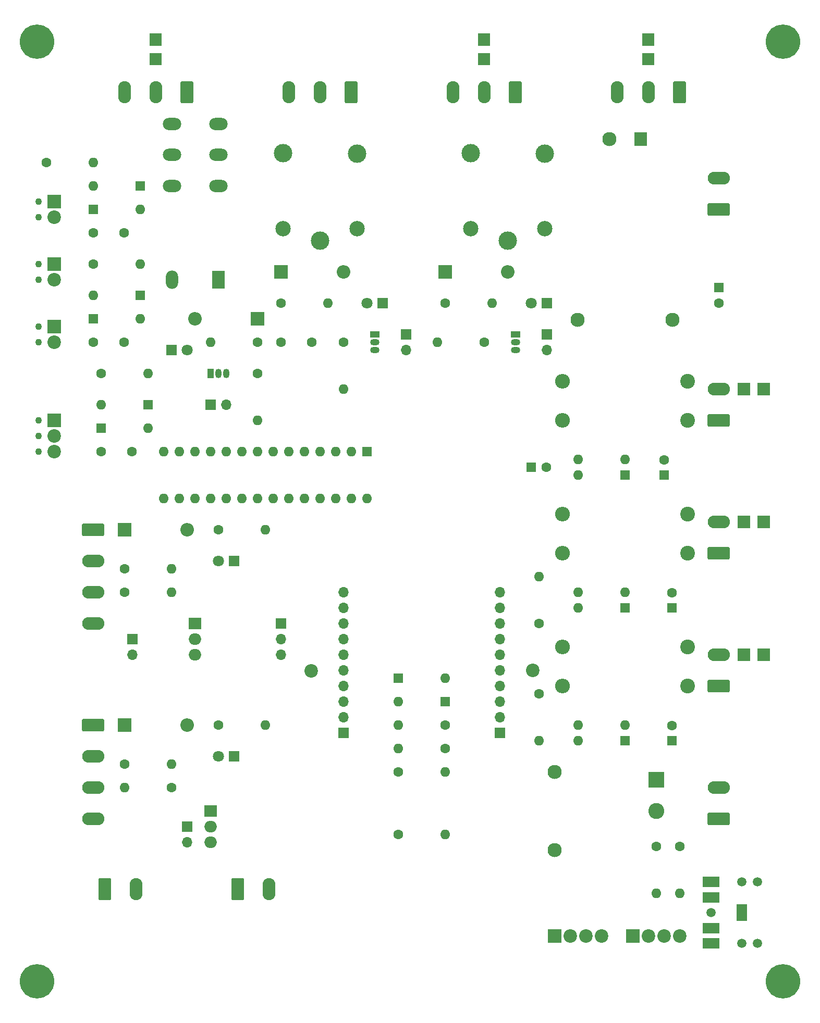
<source format=gbr>
%TF.GenerationSoftware,KiCad,Pcbnew,5.1.9-73d0e3b20d~88~ubuntu20.04.1*%
%TF.CreationDate,2021-02-20T21:13:30+01:00*%
%TF.ProjectId,NodeStandard,4e6f6465-5374-4616-9e64-6172642e6b69,V0.9*%
%TF.SameCoordinates,Original*%
%TF.FileFunction,Soldermask,Bot*%
%TF.FilePolarity,Negative*%
%FSLAX46Y46*%
G04 Gerber Fmt 4.6, Leading zero omitted, Abs format (unit mm)*
G04 Created by KiCad (PCBNEW 5.1.9-73d0e3b20d~88~ubuntu20.04.1) date 2021-02-20 21:13:30*
%MOMM*%
%LPD*%
G01*
G04 APERTURE LIST*
%ADD10C,2.200000*%
%ADD11C,1.500000*%
%ADD12R,1.800000X2.800000*%
%ADD13R,2.800000X1.800000*%
%ADD14C,5.600000*%
%ADD15C,0.100000*%
%ADD16O,1.600000X1.600000*%
%ADD17C,1.600000*%
%ADD18C,1.800000*%
%ADD19R,1.800000X1.800000*%
%ADD20O,3.000000X2.000000*%
%ADD21O,2.000000X3.000000*%
%ADD22R,2.000000X3.000000*%
%ADD23O,1.700000X1.700000*%
%ADD24R,1.700000X1.700000*%
%ADD25C,1.100000*%
%ADD26R,2.200000X2.200000*%
%ADD27R,1.600000X1.600000*%
%ADD28C,2.600000*%
%ADD29R,2.600000X2.600000*%
%ADD30O,2.400000X2.400000*%
%ADD31C,2.400000*%
%ADD32R,1.050000X1.500000*%
%ADD33O,1.050000X1.500000*%
%ADD34O,2.000000X1.905000*%
%ADD35R,2.000000X1.905000*%
%ADD36R,1.500000X1.050000*%
%ADD37O,1.500000X1.050000*%
%ADD38C,2.300000*%
%ADD39R,2.000000X2.300000*%
%ADD40C,3.000000*%
%ADD41C,2.500000*%
%ADD42O,2.080000X3.600000*%
%ADD43O,3.600000X2.080000*%
%ADD44O,2.200000X2.200000*%
G04 APERTURE END LIST*
D10*
%TO.C,REF\u002A\u002A*%
X114554000Y-127000000D03*
%TD*%
%TO.C,REF\u002A\u002A*%
X78613000Y-127063500D03*
%TD*%
D11*
%TO.C,J2*%
X143560000Y-166370000D03*
X148560000Y-161370000D03*
X148560000Y-171370000D03*
X151060000Y-171370000D03*
X151060000Y-161370000D03*
D12*
X148560000Y-166370000D03*
D13*
X143560000Y-161370000D03*
X143560000Y-171370000D03*
X143560000Y-163870000D03*
X143560000Y-168870000D03*
%TD*%
D14*
%TO.C,REF\u002A\u002A*%
X155257500Y-177546000D03*
%TD*%
%TO.C,REF\u002A\u002A*%
X34036000Y-177546000D03*
%TD*%
%TO.C,REF\u002A\u002A*%
X155257500Y-24765000D03*
%TD*%
%TO.C,REF\u002A\u002A*%
X34036000Y-24765000D03*
%TD*%
D15*
%TO.C,JP8*%
G36*
X54340000Y-26635000D02*
G01*
X54340000Y-28635000D01*
X52340000Y-28635000D01*
X52340000Y-26635000D01*
X54340000Y-26635000D01*
G37*
G36*
X54340000Y-23435000D02*
G01*
X54340000Y-25435000D01*
X52340000Y-25435000D01*
X52340000Y-23435000D01*
X54340000Y-23435000D01*
G37*
%TD*%
%TO.C,JP5*%
G36*
X107680000Y-26635000D02*
G01*
X107680000Y-28635000D01*
X105680000Y-28635000D01*
X105680000Y-26635000D01*
X107680000Y-26635000D01*
G37*
G36*
X107680000Y-23435000D02*
G01*
X107680000Y-25435000D01*
X105680000Y-25435000D01*
X105680000Y-23435000D01*
X107680000Y-23435000D01*
G37*
%TD*%
%TO.C,JP4*%
G36*
X134350000Y-26635000D02*
G01*
X134350000Y-28635000D01*
X132350000Y-28635000D01*
X132350000Y-26635000D01*
X134350000Y-26635000D01*
G37*
G36*
X134350000Y-23435000D02*
G01*
X134350000Y-25435000D01*
X132350000Y-25435000D01*
X132350000Y-23435000D01*
X134350000Y-23435000D01*
G37*
%TD*%
%TO.C,JP3*%
G36*
X149895000Y-82280000D02*
G01*
X147895000Y-82280000D01*
X147895000Y-80280000D01*
X149895000Y-80280000D01*
X149895000Y-82280000D01*
G37*
G36*
X153095000Y-82280000D02*
G01*
X151095000Y-82280000D01*
X151095000Y-80280000D01*
X153095000Y-80280000D01*
X153095000Y-82280000D01*
G37*
%TD*%
%TO.C,JP2*%
G36*
X149895000Y-103870000D02*
G01*
X147895000Y-103870000D01*
X147895000Y-101870000D01*
X149895000Y-101870000D01*
X149895000Y-103870000D01*
G37*
G36*
X153095000Y-103870000D02*
G01*
X151095000Y-103870000D01*
X151095000Y-101870000D01*
X153095000Y-101870000D01*
X153095000Y-103870000D01*
G37*
%TD*%
%TO.C,JP1*%
G36*
X149895000Y-125460000D02*
G01*
X147895000Y-125460000D01*
X147895000Y-123460000D01*
X149895000Y-123460000D01*
X149895000Y-125460000D01*
G37*
G36*
X153095000Y-125460000D02*
G01*
X151095000Y-125460000D01*
X151095000Y-123460000D01*
X153095000Y-123460000D01*
X153095000Y-125460000D01*
G37*
%TD*%
D16*
%TO.C,R3*%
X100330000Y-153670000D03*
D17*
X92710000Y-153670000D03*
%TD*%
D18*
%TO.C,D17*%
X58420000Y-74930000D03*
D19*
X55880000Y-74930000D03*
%TD*%
D20*
%TO.C,K3*%
X63500000Y-38160000D03*
X56000000Y-43200000D03*
X63500000Y-48240000D03*
X56000000Y-48240000D03*
X56000000Y-38160000D03*
X63500000Y-43200000D03*
D21*
X56000000Y-63500000D03*
D22*
X63500000Y-63500000D03*
%TD*%
D23*
%TO.C,J29*%
X73660000Y-124460000D03*
X73660000Y-121920000D03*
D24*
X73660000Y-119380000D03*
%TD*%
D25*
%TO.C,J28*%
X34290000Y-91440000D03*
D10*
X36830000Y-91440000D03*
D25*
X34290000Y-88900000D03*
D10*
X36830000Y-88900000D03*
D25*
X34290000Y-86360000D03*
D26*
X36830000Y-86360000D03*
%TD*%
D25*
%TO.C,J17*%
X34290000Y-73660000D03*
D10*
X36830000Y-73660000D03*
D25*
X34290000Y-71120000D03*
D26*
X36830000Y-71120000D03*
%TD*%
D25*
%TO.C,J16*%
X34290000Y-63500000D03*
D10*
X36830000Y-63500000D03*
D25*
X34290000Y-60960000D03*
D26*
X36830000Y-60960000D03*
%TD*%
D25*
%TO.C,J15*%
X34290000Y-53340000D03*
D10*
X36830000Y-53340000D03*
D25*
X34290000Y-50800000D03*
D26*
X36830000Y-50800000D03*
%TD*%
D10*
%TO.C,J6*%
X125730000Y-170180000D03*
X123190000Y-170180000D03*
X120650000Y-170180000D03*
D26*
X118110000Y-170180000D03*
%TD*%
D10*
%TO.C,J5*%
X138430000Y-170180000D03*
X135890000Y-170180000D03*
X133350000Y-170180000D03*
D26*
X130810000Y-170180000D03*
%TD*%
D16*
%TO.C,OK3*%
X121920000Y-95250000D03*
X129540000Y-92710000D03*
X121920000Y-92710000D03*
D27*
X129540000Y-95250000D03*
%TD*%
D16*
%TO.C,OK2*%
X121920000Y-116840000D03*
X129540000Y-114300000D03*
X121920000Y-114300000D03*
D27*
X129540000Y-116840000D03*
%TD*%
D16*
%TO.C,OK1*%
X121920000Y-138430000D03*
X129540000Y-135890000D03*
X121920000Y-135890000D03*
D27*
X129540000Y-138430000D03*
%TD*%
D28*
%TO.C,J3*%
X134620000Y-149860000D03*
D29*
X134620000Y-144780000D03*
%TD*%
D16*
%TO.C,U1*%
X87630000Y-99060000D03*
X54610000Y-91440000D03*
X85090000Y-99060000D03*
X57150000Y-91440000D03*
X82550000Y-99060000D03*
X59690000Y-91440000D03*
X80010000Y-99060000D03*
X62230000Y-91440000D03*
X77470000Y-99060000D03*
X64770000Y-91440000D03*
X74930000Y-99060000D03*
X67310000Y-91440000D03*
X72390000Y-99060000D03*
X69850000Y-91440000D03*
X69850000Y-99060000D03*
X72390000Y-91440000D03*
X67310000Y-99060000D03*
X74930000Y-91440000D03*
X64770000Y-99060000D03*
X77470000Y-91440000D03*
X62230000Y-99060000D03*
X80010000Y-91440000D03*
X59690000Y-99060000D03*
X82550000Y-91440000D03*
X57150000Y-99060000D03*
X85090000Y-91440000D03*
X54610000Y-99060000D03*
D27*
X87630000Y-91440000D03*
%TD*%
D16*
%TO.C,R29*%
X62230000Y-73660000D03*
D17*
X69850000Y-73660000D03*
%TD*%
D16*
%TO.C,R28*%
X69850000Y-86360000D03*
D17*
X69850000Y-78740000D03*
%TD*%
D16*
%TO.C,R8*%
X115570000Y-111760000D03*
D17*
X115570000Y-119380000D03*
%TD*%
D16*
%TO.C,R7*%
X115570000Y-138430000D03*
D17*
X115570000Y-130810000D03*
%TD*%
D16*
%TO.C,R27*%
X71120000Y-104140000D03*
D17*
X63500000Y-104140000D03*
%TD*%
D16*
%TO.C,R26*%
X71120000Y-135890000D03*
D17*
X63500000Y-135890000D03*
%TD*%
D16*
%TO.C,R25*%
X55880000Y-114300000D03*
D17*
X48260000Y-114300000D03*
%TD*%
D16*
%TO.C,R24*%
X48260000Y-146050000D03*
D17*
X55880000Y-146050000D03*
%TD*%
D16*
%TO.C,R19*%
X43180000Y-44450000D03*
D17*
X35560000Y-44450000D03*
%TD*%
D16*
%TO.C,R20*%
X50800000Y-60960000D03*
D17*
X43180000Y-60960000D03*
%TD*%
D16*
%TO.C,R23*%
X55880000Y-110490000D03*
D17*
X48260000Y-110490000D03*
%TD*%
D16*
%TO.C,R22*%
X55880000Y-142240000D03*
D17*
X48260000Y-142240000D03*
%TD*%
D30*
%TO.C,R18*%
X119380000Y-80010000D03*
D31*
X139700000Y-80010000D03*
%TD*%
D30*
%TO.C,R17*%
X119380000Y-86360000D03*
D31*
X139700000Y-86360000D03*
%TD*%
D16*
%TO.C,R12*%
X81280000Y-67310000D03*
D17*
X73660000Y-67310000D03*
%TD*%
D16*
%TO.C,R10*%
X83820000Y-81280000D03*
D17*
X83820000Y-73660000D03*
%TD*%
D16*
%TO.C,R6*%
X138430000Y-163195000D03*
D17*
X138430000Y-155575000D03*
%TD*%
D16*
%TO.C,R9*%
X99060000Y-73660000D03*
D17*
X106680000Y-73660000D03*
%TD*%
D16*
%TO.C,R11*%
X107950000Y-67310000D03*
D17*
X100330000Y-67310000D03*
%TD*%
D30*
%TO.C,R15*%
X119380000Y-107950000D03*
D31*
X139700000Y-107950000D03*
%TD*%
D30*
%TO.C,R16*%
X119380000Y-101600000D03*
D31*
X139700000Y-101600000D03*
%TD*%
D30*
%TO.C,R13*%
X119380000Y-129540000D03*
D31*
X139700000Y-129540000D03*
%TD*%
D30*
%TO.C,R14*%
X119380000Y-123190000D03*
D31*
X139700000Y-123190000D03*
%TD*%
D16*
%TO.C,R5*%
X100330000Y-143510000D03*
D17*
X92710000Y-143510000D03*
%TD*%
D16*
%TO.C,R4*%
X92710000Y-139700000D03*
D17*
X100330000Y-139700000D03*
%TD*%
D16*
%TO.C,R21*%
X52070000Y-78740000D03*
D17*
X44450000Y-78740000D03*
%TD*%
D16*
%TO.C,R2*%
X92710000Y-135890000D03*
D17*
X100330000Y-135890000D03*
%TD*%
D16*
%TO.C,R1*%
X134620000Y-163195000D03*
D17*
X134620000Y-155575000D03*
%TD*%
D32*
%TO.C,Q5*%
X62230000Y-78740000D03*
D33*
X64770000Y-78740000D03*
X63500000Y-78740000D03*
%TD*%
D34*
%TO.C,Q4*%
X59690000Y-124460000D03*
X59690000Y-121920000D03*
D35*
X59690000Y-119380000D03*
%TD*%
D34*
%TO.C,Q3*%
X62230000Y-154940000D03*
X62230000Y-152400000D03*
D35*
X62230000Y-149860000D03*
%TD*%
D36*
%TO.C,Q1*%
X111760000Y-72390000D03*
D37*
X111760000Y-74930000D03*
X111760000Y-73660000D03*
%TD*%
D36*
%TO.C,Q2*%
X88900000Y-72390000D03*
D37*
X88900000Y-74930000D03*
X88900000Y-73660000D03*
%TD*%
D38*
%TO.C,PS1*%
X121880000Y-70040000D03*
X127080000Y-40640000D03*
D39*
X132080000Y-40640000D03*
D38*
X137280000Y-70040000D03*
%TD*%
%TO.C,L1*%
X118110000Y-156210000D03*
X118110000Y-143510000D03*
%TD*%
D40*
%TO.C,K2*%
X80010000Y-57150000D03*
D41*
X74060000Y-55200000D03*
D40*
X74010000Y-42950000D03*
X86060000Y-43000000D03*
D41*
X86060000Y-55200000D03*
%TD*%
D40*
%TO.C,K1*%
X110490000Y-57150000D03*
D41*
X104540000Y-55200000D03*
D40*
X104490000Y-42950000D03*
X116540000Y-43000000D03*
D41*
X116540000Y-55200000D03*
%TD*%
D42*
%TO.C,J24*%
X48260000Y-33020000D03*
X53340000Y-33020000D03*
G36*
G01*
X59460000Y-31469997D02*
X59460000Y-34570003D01*
G75*
G02*
X59210003Y-34820000I-249997J0D01*
G01*
X57629997Y-34820000D01*
G75*
G02*
X57380000Y-34570003I0J249997D01*
G01*
X57380000Y-31469997D01*
G75*
G02*
X57629997Y-31220000I249997J0D01*
G01*
X59210003Y-31220000D01*
G75*
G02*
X59460000Y-31469997I0J-249997D01*
G01*
G37*
%TD*%
%TO.C,J23*%
X74930000Y-33020000D03*
X80010000Y-33020000D03*
G36*
G01*
X86130000Y-31469997D02*
X86130000Y-34570003D01*
G75*
G02*
X85880003Y-34820000I-249997J0D01*
G01*
X84299997Y-34820000D01*
G75*
G02*
X84050000Y-34570003I0J249997D01*
G01*
X84050000Y-31469997D01*
G75*
G02*
X84299997Y-31220000I249997J0D01*
G01*
X85880003Y-31220000D01*
G75*
G02*
X86130000Y-31469997I0J-249997D01*
G01*
G37*
%TD*%
D23*
%TO.C,J22*%
X64770000Y-83820000D03*
D24*
X62230000Y-83820000D03*
%TD*%
D42*
%TO.C,J27*%
X50165000Y-162560000D03*
G36*
G01*
X44045000Y-164110003D02*
X44045000Y-161009997D01*
G75*
G02*
X44294997Y-160760000I249997J0D01*
G01*
X45875003Y-160760000D01*
G75*
G02*
X46125000Y-161009997I0J-249997D01*
G01*
X46125000Y-164110003D01*
G75*
G02*
X45875003Y-164360000I-249997J0D01*
G01*
X44294997Y-164360000D01*
G75*
G02*
X44045000Y-164110003I0J249997D01*
G01*
G37*
%TD*%
%TO.C,J26*%
X71755000Y-162560000D03*
G36*
G01*
X65635000Y-164110003D02*
X65635000Y-161009997D01*
G75*
G02*
X65884997Y-160760000I249997J0D01*
G01*
X67465003Y-160760000D01*
G75*
G02*
X67715000Y-161009997I0J-249997D01*
G01*
X67715000Y-164110003D01*
G75*
G02*
X67465003Y-164360000I-249997J0D01*
G01*
X65884997Y-164360000D01*
G75*
G02*
X65635000Y-164110003I0J249997D01*
G01*
G37*
%TD*%
D43*
%TO.C,J25*%
X144780000Y-46990000D03*
G36*
G01*
X146330003Y-53110000D02*
X143229997Y-53110000D01*
G75*
G02*
X142980000Y-52860003I0J249997D01*
G01*
X142980000Y-51279997D01*
G75*
G02*
X143229997Y-51030000I249997J0D01*
G01*
X146330003Y-51030000D01*
G75*
G02*
X146580000Y-51279997I0J-249997D01*
G01*
X146580000Y-52860003D01*
G75*
G02*
X146330003Y-53110000I-249997J0D01*
G01*
G37*
%TD*%
%TO.C,J21*%
X43180000Y-119380000D03*
X43180000Y-114300000D03*
X43180000Y-109220000D03*
G36*
G01*
X41629997Y-103100000D02*
X44730003Y-103100000D01*
G75*
G02*
X44980000Y-103349997I0J-249997D01*
G01*
X44980000Y-104930003D01*
G75*
G02*
X44730003Y-105180000I-249997J0D01*
G01*
X41629997Y-105180000D01*
G75*
G02*
X41380000Y-104930003I0J249997D01*
G01*
X41380000Y-103349997D01*
G75*
G02*
X41629997Y-103100000I249997J0D01*
G01*
G37*
%TD*%
%TO.C,J20*%
X43180000Y-151130000D03*
X43180000Y-146050000D03*
X43180000Y-140970000D03*
G36*
G01*
X41629997Y-134850000D02*
X44730003Y-134850000D01*
G75*
G02*
X44980000Y-135099997I0J-249997D01*
G01*
X44980000Y-136680003D01*
G75*
G02*
X44730003Y-136930000I-249997J0D01*
G01*
X41629997Y-136930000D01*
G75*
G02*
X41380000Y-136680003I0J249997D01*
G01*
X41380000Y-135099997D01*
G75*
G02*
X41629997Y-134850000I249997J0D01*
G01*
G37*
%TD*%
D23*
%TO.C,J19*%
X49530000Y-124460000D03*
D24*
X49530000Y-121920000D03*
%TD*%
D23*
%TO.C,J8*%
X116840000Y-74930000D03*
D24*
X116840000Y-72390000D03*
%TD*%
D23*
%TO.C,J18*%
X58420000Y-154940000D03*
D24*
X58420000Y-152400000D03*
%TD*%
D43*
%TO.C,J11*%
X144780000Y-102870000D03*
G36*
G01*
X146330003Y-108990000D02*
X143229997Y-108990000D01*
G75*
G02*
X142980000Y-108740003I0J249997D01*
G01*
X142980000Y-107159997D01*
G75*
G02*
X143229997Y-106910000I249997J0D01*
G01*
X146330003Y-106910000D01*
G75*
G02*
X146580000Y-107159997I0J-249997D01*
G01*
X146580000Y-108740003D01*
G75*
G02*
X146330003Y-108990000I-249997J0D01*
G01*
G37*
%TD*%
%TO.C,J10*%
X144780000Y-124460000D03*
G36*
G01*
X146330003Y-130580000D02*
X143229997Y-130580000D01*
G75*
G02*
X142980000Y-130330003I0J249997D01*
G01*
X142980000Y-128749997D01*
G75*
G02*
X143229997Y-128500000I249997J0D01*
G01*
X146330003Y-128500000D01*
G75*
G02*
X146580000Y-128749997I0J-249997D01*
G01*
X146580000Y-130330003D01*
G75*
G02*
X146330003Y-130580000I-249997J0D01*
G01*
G37*
%TD*%
D42*
%TO.C,J14*%
X101600000Y-33020000D03*
X106680000Y-33020000D03*
G36*
G01*
X112800000Y-31469997D02*
X112800000Y-34570003D01*
G75*
G02*
X112550003Y-34820000I-249997J0D01*
G01*
X110969997Y-34820000D01*
G75*
G02*
X110720000Y-34570003I0J249997D01*
G01*
X110720000Y-31469997D01*
G75*
G02*
X110969997Y-31220000I249997J0D01*
G01*
X112550003Y-31220000D01*
G75*
G02*
X112800000Y-31469997I0J-249997D01*
G01*
G37*
%TD*%
%TO.C,J13*%
X128270000Y-33020000D03*
X133350000Y-33020000D03*
G36*
G01*
X139470000Y-31469997D02*
X139470000Y-34570003D01*
G75*
G02*
X139220003Y-34820000I-249997J0D01*
G01*
X137639997Y-34820000D01*
G75*
G02*
X137390000Y-34570003I0J249997D01*
G01*
X137390000Y-31469997D01*
G75*
G02*
X137639997Y-31220000I249997J0D01*
G01*
X139220003Y-31220000D01*
G75*
G02*
X139470000Y-31469997I0J-249997D01*
G01*
G37*
%TD*%
D43*
%TO.C,J12*%
X144780000Y-81280000D03*
G36*
G01*
X146330003Y-87400000D02*
X143229997Y-87400000D01*
G75*
G02*
X142980000Y-87150003I0J249997D01*
G01*
X142980000Y-85569997D01*
G75*
G02*
X143229997Y-85320000I249997J0D01*
G01*
X146330003Y-85320000D01*
G75*
G02*
X146580000Y-85569997I0J-249997D01*
G01*
X146580000Y-87150003D01*
G75*
G02*
X146330003Y-87400000I-249997J0D01*
G01*
G37*
%TD*%
D23*
%TO.C,J9*%
X93980000Y-74930000D03*
D24*
X93980000Y-72390000D03*
%TD*%
D43*
%TO.C,J1*%
X144780000Y-146050000D03*
G36*
G01*
X146330003Y-152170000D02*
X143229997Y-152170000D01*
G75*
G02*
X142980000Y-151920003I0J249997D01*
G01*
X142980000Y-150339997D01*
G75*
G02*
X143229997Y-150090000I249997J0D01*
G01*
X146330003Y-150090000D01*
G75*
G02*
X146580000Y-150339997I0J-249997D01*
G01*
X146580000Y-151920003D01*
G75*
G02*
X146330003Y-152170000I-249997J0D01*
G01*
G37*
%TD*%
D23*
%TO.C,J7*%
X83820000Y-114300000D03*
X83820000Y-116840000D03*
X83820000Y-119380000D03*
X83820000Y-121920000D03*
X83820000Y-124460000D03*
X83820000Y-127000000D03*
X83820000Y-129540000D03*
X83820000Y-132080000D03*
X83820000Y-134620000D03*
D24*
X83820000Y-137160000D03*
%TD*%
D23*
%TO.C,J4*%
X109220000Y-114300000D03*
X109220000Y-116840000D03*
X109220000Y-119380000D03*
X109220000Y-121920000D03*
X109220000Y-124460000D03*
X109220000Y-127000000D03*
X109220000Y-129540000D03*
X109220000Y-132080000D03*
X109220000Y-134620000D03*
D24*
X109220000Y-137160000D03*
%TD*%
D44*
%TO.C,D18*%
X59690000Y-69850000D03*
D26*
X69850000Y-69850000D03*
%TD*%
D16*
%TO.C,D12*%
X50800000Y-52070000D03*
D27*
X43180000Y-52070000D03*
%TD*%
D16*
%TO.C,D11*%
X43180000Y-48260000D03*
D27*
X50800000Y-48260000D03*
%TD*%
D16*
%TO.C,D10*%
X50800000Y-69850000D03*
D27*
X43180000Y-69850000D03*
%TD*%
D16*
%TO.C,D9*%
X43180000Y-66040000D03*
D27*
X50800000Y-66040000D03*
%TD*%
D16*
%TO.C,D8*%
X52070000Y-87630000D03*
D27*
X44450000Y-87630000D03*
%TD*%
D16*
%TO.C,D7*%
X44450000Y-83820000D03*
D27*
X52070000Y-83820000D03*
%TD*%
D16*
%TO.C,D2*%
X100330000Y-128270000D03*
D27*
X92710000Y-128270000D03*
%TD*%
D16*
%TO.C,D1*%
X92710000Y-132080000D03*
D27*
X100330000Y-132080000D03*
%TD*%
D44*
%TO.C,D16*%
X58420000Y-104140000D03*
D26*
X48260000Y-104140000D03*
%TD*%
D44*
%TO.C,D15*%
X58420000Y-135890000D03*
D26*
X48260000Y-135890000D03*
%TD*%
D18*
%TO.C,D14*%
X63500000Y-109220000D03*
D19*
X66040000Y-109220000D03*
%TD*%
D18*
%TO.C,D13*%
X63500000Y-140970000D03*
D19*
X66040000Y-140970000D03*
%TD*%
D44*
%TO.C,D6*%
X83820000Y-62230000D03*
D26*
X73660000Y-62230000D03*
%TD*%
D18*
%TO.C,D3*%
X114300000Y-67310000D03*
D19*
X116840000Y-67310000D03*
%TD*%
D18*
%TO.C,D4*%
X87630000Y-67310000D03*
D19*
X90170000Y-67310000D03*
%TD*%
D44*
%TO.C,D5*%
X110490000Y-62230000D03*
D26*
X100330000Y-62230000D03*
%TD*%
D17*
%TO.C,C9*%
X78660000Y-73660000D03*
X73660000Y-73660000D03*
%TD*%
%TO.C,C8*%
X144780000Y-67270000D03*
D27*
X144780000Y-64770000D03*
%TD*%
D17*
%TO.C,C4*%
X135890000Y-92750000D03*
D27*
X135890000Y-95250000D03*
%TD*%
D17*
%TO.C,C3*%
X137160000Y-114340000D03*
D27*
X137160000Y-116840000D03*
%TD*%
D17*
%TO.C,C2*%
X137160000Y-135930000D03*
D27*
X137160000Y-138430000D03*
%TD*%
D17*
%TO.C,C5*%
X48180000Y-55880000D03*
X43180000Y-55880000D03*
%TD*%
%TO.C,C6*%
X48180000Y-73660000D03*
X43180000Y-73660000D03*
%TD*%
%TO.C,C1*%
X116800000Y-93980000D03*
D27*
X114300000Y-93980000D03*
%TD*%
D17*
%TO.C,C7*%
X49450000Y-91440000D03*
X44450000Y-91440000D03*
%TD*%
M02*

</source>
